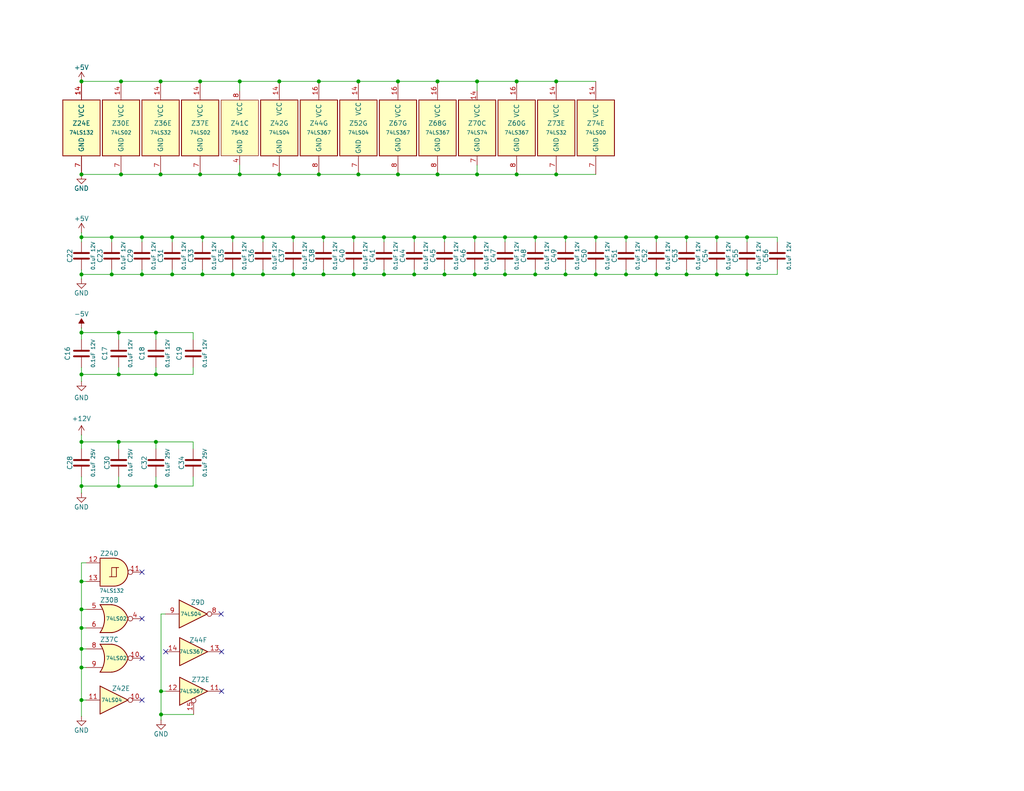
<source format=kicad_sch>
(kicad_sch (version 20231120) (generator "eeschema") (generator_version "8.0")
  (paper "USLetter")
  (title_block (title "TRS-80 Model I Rev A") (date "2024-11-20") (rev "E1A-A") (company "RetroStack - Marcel Erz") (comment 2 "Main Units, Capacitors, and unused units") (comment 4 "Capacitors & Others"))
  (lib_symbols
    (symbol "74xx:74LS00" (pin_names (offset 1.016))
      (property "Reference" "U" (at 0 1.27 0))
      (property "Value" "74LS00" (at 0 -1.27 0))
      (symbol "74LS00_1_1"
        (pin input line (at -7.62 2.54 0) (length 3.81) (name "~") (number "1"))
        (pin input line (at -7.62 -2.54 0) (length 3.81) (name "~") (number "2"))
        (pin output inverted (at 7.62 0 180) (length 3.81) (name "~") (number "3"))
      )
      (symbol "74LS00_1_2"
        (pin input inverted (at -7.62 2.54 0) (length 4.318) (name "~") (number "1"))
        (pin input inverted (at -7.62 -2.54 0) (length 4.318) (name "~") (number "2"))
        (pin output line (at 7.62 0 180) (length 3.81) (name "~") (number "3"))
      )
      (symbol "74LS00_2_1"
        (pin input line (at -7.62 2.54 0) (length 3.81) (name "~") (number "4"))
        (pin input line (at -7.62 -2.54 0) (length 3.81) (name "~") (number "5"))
        (pin output inverted (at 7.62 0 180) (length 3.81) (name "~") (number "6"))
      )
      (symbol "74LS00_2_2"
        (pin input inverted (at -7.62 2.54 0) (length 4.318) (name "~") (number "4"))
        (pin input inverted (at -7.62 -2.54 0) (length 4.318) (name "~") (number "5"))
        (pin output line (at 7.62 0 180) (length 3.81) (name "~") (number "6"))
      )
      (symbol "74LS00_3_1"
        (pin input line (at -7.62 -2.54 0) (length 3.81) (name "~") (number "10"))
        (pin output inverted (at 7.62 0 180) (length 3.81) (name "~") (number "8"))
        (pin input line (at -7.62 2.54 0) (length 3.81) (name "~") (number "9"))
      )
      (symbol "74LS00_3_2"
        (pin input inverted (at -7.62 -2.54 0) (length 4.318) (name "~") (number "10"))
        (pin output line (at 7.62 0 180) (length 3.81) (name "~") (number "8"))
        (pin input inverted (at -7.62 2.54 0) (length 4.318) (name "~") (number "9"))
      )
      (symbol "74LS00_4_1"
        (pin output inverted (at 7.62 0 180) (length 3.81) (name "~") (number "11"))
        (pin input line (at -7.62 2.54 0) (length 3.81) (name "~") (number "12"))
        (pin input line (at -7.62 -2.54 0) (length 3.81) (name "~") (number "13"))
      )
      (symbol "74LS00_4_2"
        (pin output line (at 7.62 0 180) (length 3.81) (name "~") (number "11"))
        (pin input inverted (at -7.62 2.54 0) (length 4.318) (name "~") (number "12"))
        (pin input inverted (at -7.62 -2.54 0) (length 4.318) (name "~") (number "13"))
      )
      (symbol "74LS00_5_0"
        (pin power_in line (at 0 12.7 270) (length 5.08) (name "VCC") (number "14"))
        (pin power_in line (at 0 -12.7 90) (length 5.08) (name "GND") (number "7"))
      )
    )
    (symbol "74xx:74LS02" (pin_names (offset 1.016))
      (property "Reference" "U" (at 0 1.27 0))
      (property "Value" "74LS02" (at 0 -1.27 0))
      (symbol "74LS02_1_1"
        (pin output inverted (at 7.62 0 180) (length 3.81) (name "~") (number "1"))
        (pin input line (at -7.62 2.54 0) (length 4.318) (name "~") (number "2"))
        (pin input line (at -7.62 -2.54 0) (length 4.318) (name "~") (number "3"))
      )
      (symbol "74LS02_1_2"
        (pin output line (at 7.62 0 180) (length 3.81) (name "~") (number "1"))
        (pin input inverted (at -7.62 2.54 0) (length 3.81) (name "~") (number "2"))
        (pin input inverted (at -7.62 -2.54 0) (length 3.81) (name "~") (number "3"))
      )
      (symbol "74LS02_2_1"
        (pin output inverted (at 7.62 0 180) (length 3.81) (name "~") (number "4"))
        (pin input line (at -7.62 2.54 0) (length 4.318) (name "~") (number "5"))
        (pin input line (at -7.62 -2.54 0) (length 4.318) (name "~") (number "6"))
      )
      (symbol "74LS02_2_2"
        (pin output line (at 7.62 0 180) (length 3.81) (name "~") (number "4"))
        (pin input inverted (at -7.62 2.54 0) (length 3.81) (name "~") (number "5"))
        (pin input inverted (at -7.62 -2.54 0) (length 3.81) (name "~") (number "6"))
      )
      (symbol "74LS02_3_1"
        (pin output inverted (at 7.62 0 180) (length 3.81) (name "~") (number "10"))
        (pin input line (at -7.62 2.54 0) (length 4.318) (name "~") (number "8"))
        (pin input line (at -7.62 -2.54 0) (length 4.318) (name "~") (number "9"))
      )
      (symbol "74LS02_3_2"
        (pin output line (at 7.62 0 180) (length 3.81) (name "~") (number "10"))
        (pin input inverted (at -7.62 2.54 0) (length 3.81) (name "~") (number "8"))
        (pin input inverted (at -7.62 -2.54 0) (length 3.81) (name "~") (number "9"))
      )
      (symbol "74LS02_4_1"
        (pin input line (at -7.62 2.54 0) (length 4.318) (name "~") (number "11"))
        (pin input line (at -7.62 -2.54 0) (length 4.318) (name "~") (number "12"))
        (pin output inverted (at 7.62 0 180) (length 3.81) (name "~") (number "13"))
      )
      (symbol "74LS02_4_2"
        (pin input inverted (at -7.62 2.54 0) (length 3.81) (name "~") (number "11"))
        (pin input inverted (at -7.62 -2.54 0) (length 3.81) (name "~") (number "12"))
        (pin output line (at 7.62 0 180) (length 3.81) (name "~") (number "13"))
      )
      (symbol "74LS02_5_0"
        (pin power_in line (at 0 12.7 270) (length 5.08) (name "VCC") (number "14"))
        (pin power_in line (at 0 -12.7 90) (length 5.08) (name "GND") (number "7"))
      )
    )
    (symbol "74xx:74LS04"
      (property "Reference" "U" (at 0 1.27 0))
      (property "Value" "74LS04" (at 0 -1.27 0))
      (symbol "74LS04_1_0"
        (pin input line (at -7.62 0 0) (length 3.81) (name "~") (number "1"))
        (pin output inverted (at 7.62 0 180) (length 3.81) (name "~") (number "2"))
      )
      (symbol "74LS04_2_0"
        (pin input line (at -7.62 0 0) (length 3.81) (name "~") (number "3"))
        (pin output inverted (at 7.62 0 180) (length 3.81) (name "~") (number "4"))
      )
      (symbol "74LS04_3_0"
        (pin input line (at -7.62 0 0) (length 3.81) (name "~") (number "5"))
        (pin output inverted (at 7.62 0 180) (length 3.81) (name "~") (number "6"))
      )
      (symbol "74LS04_4_0"
        (pin output inverted (at 7.62 0 180) (length 3.81) (name "~") (number "8"))
        (pin input line (at -7.62 0 0) (length 3.81) (name "~") (number "9"))
      )
      (symbol "74LS04_5_0"
        (pin output inverted (at 7.62 0 180) (length 3.81) (name "~") (number "10"))
        (pin input line (at -7.62 0 0) (length 3.81) (name "~") (number "11"))
      )
      (symbol "74LS04_6_0"
        (pin output inverted (at 7.62 0 180) (length 3.81) (name "~") (number "12"))
        (pin input line (at -7.62 0 0) (length 3.81) (name "~") (number "13"))
      )
      (symbol "74LS04_7_0"
        (pin power_in line (at 0 12.7 270) (length 5.08) (name "VCC") (number "14"))
        (pin power_in line (at 0 -12.7 90) (length 5.08) (name "GND") (number "7"))
      )
    )
    (symbol "74xx:74LS132" (pin_names (offset 1.016))
      (property "Reference" "U" (at 0 1.27 0))
      (property "Value" "74LS132" (at 0 -1.27 0))
      (symbol "74LS132_1_1"
        (pin input line (at -7.62 2.54 0) (length 3.81) (name "~") (number "1"))
        (pin input line (at -7.62 -2.54 0) (length 3.81) (name "~") (number "2"))
        (pin output inverted (at 7.62 0 180) (length 3.81) (name "~") (number "3"))
      )
      (symbol "74LS132_1_2"
        (pin input inverted (at -7.62 2.54 0) (length 4.318) (name "~") (number "1"))
        (pin input inverted (at -7.62 -2.54 0) (length 4.318) (name "~") (number "2"))
        (pin output line (at 7.62 0 180) (length 3.81) (name "~") (number "3"))
      )
      (symbol "74LS132_2_1"
        (pin input line (at -7.62 2.54 0) (length 3.81) (name "~") (number "4"))
        (pin input line (at -7.62 -2.54 0) (length 3.81) (name "~") (number "5"))
        (pin output inverted (at 7.62 0 180) (length 3.81) (name "~") (number "6"))
      )
      (symbol "74LS132_2_2"
        (pin input inverted (at -7.62 2.54 0) (length 4.318) (name "~") (number "4"))
        (pin input inverted (at -7.62 -2.54 0) (length 4.318) (name "~") (number "5"))
        (pin output line (at 7.62 0 180) (length 3.81) (name "~") (number "6"))
      )
      (symbol "74LS132_3_1"
        (pin input line (at -7.62 -2.54 0) (length 3.81) (name "~") (number "10"))
        (pin output inverted (at 7.62 0 180) (length 3.81) (name "~") (number "8"))
        (pin input line (at -7.62 2.54 0) (length 3.81) (name "~") (number "9"))
      )
      (symbol "74LS132_3_2"
        (pin input inverted (at -7.62 -2.54 0) (length 4.318) (name "~") (number "10"))
        (pin output line (at 7.62 0 180) (length 3.81) (name "~") (number "8"))
        (pin input inverted (at -7.62 2.54 0) (length 4.318) (name "~") (number "9"))
      )
      (symbol "74LS132_4_1"
        (pin output inverted (at 7.62 0 180) (length 3.81) (name "~") (number "11"))
        (pin input line (at -7.62 2.54 0) (length 3.81) (name "~") (number "12"))
        (pin input line (at -7.62 -2.54 0) (length 3.81) (name "~") (number "13"))
      )
      (symbol "74LS132_4_2"
        (pin output line (at 7.62 0 180) (length 3.81) (name "~") (number "11"))
        (pin input inverted (at -7.62 2.54 0) (length 4.318) (name "~") (number "12"))
        (pin input inverted (at -7.62 -2.54 0) (length 4.318) (name "~") (number "13"))
      )
      (symbol "74LS132_5_0"
        (pin power_in line (at 0 12.7 270) (length 5.08) (name "VCC") (number "14"))
        (pin power_in line (at 0 -12.7 90) (length 5.08) (name "GND") (number "7"))
      )
    )
    (symbol "74xx:74LS32" (pin_names (offset 1.016))
      (property "Reference" "U" (at 0 1.27 0))
      (property "Value" "74LS32" (at 0 -1.27 0))
      (symbol "74LS32_1_1"
        (pin input line (at -7.62 2.54 0) (length 4.318) (name "~") (number "1"))
        (pin input line (at -7.62 -2.54 0) (length 4.318) (name "~") (number "2"))
        (pin output line (at 7.62 0 180) (length 3.81) (name "~") (number "3"))
      )
      (symbol "74LS32_1_2"
        (pin input inverted (at -7.62 2.54 0) (length 3.81) (name "~") (number "1"))
        (pin input inverted (at -7.62 -2.54 0) (length 3.81) (name "~") (number "2"))
        (pin output inverted (at 7.62 0 180) (length 3.81) (name "~") (number "3"))
      )
      (symbol "74LS32_2_1"
        (pin input line (at -7.62 2.54 0) (length 4.318) (name "~") (number "4"))
        (pin input line (at -7.62 -2.54 0) (length 4.318) (name "~") (number "5"))
        (pin output line (at 7.62 0 180) (length 3.81) (name "~") (number "6"))
      )
      (symbol "74LS32_2_2"
        (pin input inverted (at -7.62 2.54 0) (length 3.81) (name "~") (number "4"))
        (pin input inverted (at -7.62 -2.54 0) (length 3.81) (name "~") (number "5"))
        (pin output inverted (at 7.62 0 180) (length 3.81) (name "~") (number "6"))
      )
      (symbol "74LS32_3_1"
        (pin input line (at -7.62 -2.54 0) (length 4.318) (name "~") (number "10"))
        (pin output line (at 7.62 0 180) (length 3.81) (name "~") (number "8"))
        (pin input line (at -7.62 2.54 0) (length 4.318) (name "~") (number "9"))
      )
      (symbol "74LS32_3_2"
        (pin input inverted (at -7.62 -2.54 0) (length 3.81) (name "~") (number "10"))
        (pin output inverted (at 7.62 0 180) (length 3.81) (name "~") (number "8"))
        (pin input inverted (at -7.62 2.54 0) (length 3.81) (name "~") (number "9"))
      )
      (symbol "74LS32_4_1"
        (pin output line (at 7.62 0 180) (length 3.81) (name "~") (number "11"))
        (pin input line (at -7.62 2.54 0) (length 4.318) (name "~") (number "12"))
        (pin input line (at -7.62 -2.54 0) (length 4.318) (name "~") (number "13"))
      )
      (symbol "74LS32_4_2"
        (pin output inverted (at 7.62 0 180) (length 3.81) (name "~") (number "11"))
        (pin input inverted (at -7.62 2.54 0) (length 3.81) (name "~") (number "12"))
        (pin input inverted (at -7.62 -2.54 0) (length 3.81) (name "~") (number "13"))
      )
      (symbol "74LS32_5_0"
        (pin power_in line (at 0 12.7 270) (length 5.08) (name "VCC") (number "14"))
        (pin power_in line (at 0 -12.7 90) (length 5.08) (name "GND") (number "7"))
      )
    )
    (symbol "74xx:74LS74" (pin_names (offset 1.016))
      (property "Reference" "U" (at -7.62 8.89 0))
      (property "Value" "74LS74" (at -7.62 -8.89 0))
      (symbol "74LS74_1_0"
        (pin input line (at 0 -7.62 90) (length 2.54) (name "~{R}") (number "1"))
        (pin input line (at -7.62 2.54 0) (length 2.54) (name "D") (number "2"))
        (pin input clock (at -7.62 0 0) (length 2.54) (name "C") (number "3"))
        (pin input line (at 0 7.62 270) (length 2.54) (name "~{S}") (number "4"))
        (pin output line (at 7.62 2.54 180) (length 2.54) (name "Q") (number "5"))
        (pin output line (at 7.62 -2.54 180) (length 2.54) (name "~{Q}") (number "6"))
      )
      (symbol "74LS74_2_0"
        (pin input line (at 0 7.62 270) (length 2.54) (name "~{S}") (number "10"))
        (pin input clock (at -7.62 0 0) (length 2.54) (name "C") (number "11"))
        (pin input line (at -7.62 2.54 0) (length 2.54) (name "D") (number "12"))
        (pin input line (at 0 -7.62 90) (length 2.54) (name "~{R}") (number "13"))
        (pin output line (at 7.62 -2.54 180) (length 2.54) (name "~{Q}") (number "8"))
        (pin output line (at 7.62 2.54 180) (length 2.54) (name "Q") (number "9"))
      )
      (symbol "74LS74_3_0"
        (pin power_in line (at 0 10.16 270) (length 2.54) (name "VCC") (number "14"))
        (pin power_in line (at 0 -10.16 90) (length 2.54) (name "GND") (number "7"))
      )
    )
    (symbol "Device:C" (pin_numbers hide) (pin_names (offset 0.254))
      (property "Reference" "C" (at 0.635 2.54 0))
      (property "Value" "C" (at 0.635 -2.54 0))
      (symbol "C_1_1"
        (pin passive line (at 0 3.81 270) (length 2.794) (name "~") (number "1"))
        (pin passive line (at 0 -3.81 90) (length 2.794) (name "~") (number "2"))
      )
    )
    (symbol "RetroStackLibrary:74LS367_Split" (pin_names (offset 1.016))
      (property "Reference" "U" (at 0 1.27 0))
      (property "Value" "74LS367" (at 0 -1.27 0))
      (symbol "74LS367_Split_1_0"
        (pin input inverted (at 0 6.35 270) (length 4.445) (name "~") (number "1"))
        (pin input line (at -7.62 0 0) (length 3.81) (name "~") (number "2"))
        (pin tri_state line (at 7.62 0 180) (length 3.81) (name "~") (number "3"))
      )
      (symbol "74LS367_Split_2_0"
        (pin input line (at -7.62 0 0) (length 3.81) (name "~") (number "4"))
        (pin tri_state line (at 7.62 0 180) (length 3.81) (name "~") (number "5"))
      )
      (symbol "74LS367_Split_3_0"
        (pin input line (at -7.62 0 0) (length 3.81) (name "~") (number "6"))
        (pin tri_state line (at 7.62 0 180) (length 3.81) (name "~") (number "7"))
      )
      (symbol "74LS367_Split_4_0"
        (pin input line (at -7.62 0 0) (length 3.81) (name "~") (number "10"))
        (pin tri_state line (at 7.62 0 180) (length 3.81) (name "~") (number "9"))
      )
      (symbol "74LS367_Split_5_0"
        (pin tri_state line (at 8.255 -6.35 180) (length 3.81) (name "~") (number "11"))
        (pin input line (at -6.985 -6.35 0) (length 3.81) (name "~") (number "12"))
        (pin input inverted (at 0.635 0 270) (length 4.445) (name "~") (number "15"))
      )
      (symbol "74LS367_Split_6_0"
        (pin tri_state line (at 7.62 0 180) (length 3.81) (name "~") (number "13"))
        (pin input line (at -7.62 0 0) (length 3.81) (name "~") (number "14"))
      )
      (symbol "74LS367_Split_7_0"
        (pin power_in line (at 0 1.905 270) (length 5.08) (name "VCC") (number "16"))
        (pin power_in line (at 0 -23.495 90) (length 5.08) (name "GND") (number "8"))
      )
    )
    (symbol "RetroStackLibrary:75452"
      (property "Reference" "U" (at 0 0 0))
      (property "Value" "75452" (at 0 -2.54 0))
      (symbol "75452_1_1"
        (pin input line (at -9.525 -5.08 0) (length 2.54) (name "1A") (number "1"))
        (pin input line (at -9.525 -7.62 0) (length 2.54) (name "1B") (number "2"))
        (pin passive line (at 5.08 1.27 270) (length 2.54) (name "1Y") (number "3"))
      )
      (symbol "75452_2_1"
        (pin passive line (at 5.08 1.27 270) (length 2.54) (name "2Y") (number "5"))
        (pin input line (at -9.525 -5.08 0) (length 2.54) (name "2A") (number "6"))
        (pin input line (at -9.525 -7.62 0) (length 2.54) (name "2B") (number "7"))
      )
      (symbol "75452_3_1"
        (pin passive line (at -1.905 -19.05 90) (length 2.54) (name "GND") (number "4"))
        (pin passive line (at -1.905 1.27 270) (length 2.54) (name "VCC") (number "8"))
      )
    )
    (symbol "power:+12V" (power) (pin_numbers hide) (pin_names (offset 0) hide)
      (property "Value" "+12V" (at 0 3.556 0))
      (symbol "+12V_1_1"
        (pin power_in line (at 0 0 90) (length 0) (name "~") (number "1"))
      )
    )
    (symbol "power:+5V" (power) (pin_numbers hide) (pin_names (offset 0) hide)
      (property "Value" "+5V" (at 0 3.556 0))
      (symbol "+5V_1_1"
        (pin power_in line (at 0 0 90) (length 0) (name "~") (number "1"))
      )
    )
    (symbol "power:-5V" (power) (pin_numbers hide) (pin_names (offset 0) hide)
      (property "Value" "-5V" (at 0 3.556 0))
      (symbol "-5V_0_0"
        (pin power_in line (at 0 0 90) (length 0) (name "~") (number "1"))
      )
    )
    (symbol "power:GND" (power) (pin_numbers hide) (pin_names (offset 0) hide)
      (property "Value" "GND" (at 0 -3.81 0))
      (symbol "GND_1_1"
        (pin power_in line (at 0 0 270) (length 0) (name "~") (number "1"))
      )
    )
  )
  (junction (at 113.03 64.77))
  (junction (at 151.765 22.225))
  (junction (at 63.5 74.93))
  (junction (at 137.795 74.93))
  (junction (at 43.815 22.225))
  (junction (at 179.07 74.93))
  (junction (at 140.97 47.625))
  (junction (at 63.5 64.77))
  (junction (at 42.545 132.715))
  (junction (at 179.07 64.77))
  (junction (at 46.99 64.77))
  (junction (at 88.265 74.93))
  (junction (at 113.03 74.93))
  (junction (at 129.54 74.93))
  (junction (at 30.48 74.93))
  (junction (at 71.755 64.77))
  (junction (at 43.942 195.072))
  (junction (at 22.225 182.245))
  (junction (at 108.585 22.225))
  (junction (at 96.52 74.93))
  (junction (at 146.05 64.77))
  (junction (at 22.225 102.235))
  (junction (at 108.585 47.625))
  (junction (at 170.815 64.77))
  (junction (at 170.815 74.93))
  (junction (at 43.815 47.625))
  (junction (at 54.61 47.625))
  (junction (at 154.305 74.93))
  (junction (at 195.58 64.77))
  (junction (at 162.56 74.93))
  (junction (at 22.225 171.45))
  (junction (at 86.995 22.225))
  (junction (at 96.52 64.77))
  (junction (at 162.56 64.77))
  (junction (at 22.225 120.65))
  (junction (at 42.545 102.235))
  (junction (at 32.385 90.805))
  (junction (at 151.765 47.625))
  (junction (at 42.545 120.65))
  (junction (at 104.775 74.93))
  (junction (at 76.2 47.625))
  (junction (at 30.48 64.77))
  (junction (at 43.942 188.722))
  (junction (at 46.99 74.93))
  (junction (at 129.54 64.77))
  (junction (at 22.225 177.165))
  (junction (at 97.79 47.625))
  (junction (at 65.405 47.625))
  (junction (at 121.285 64.77))
  (junction (at 32.385 132.715))
  (junction (at 22.225 166.37))
  (junction (at 97.79 22.225))
  (junction (at 130.175 22.225))
  (junction (at 154.305 64.77))
  (junction (at 54.61 22.225))
  (junction (at 22.225 74.93))
  (junction (at 33.02 22.225))
  (junction (at 65.405 22.225))
  (junction (at 38.735 64.77))
  (junction (at 38.735 74.93))
  (junction (at 121.285 74.93))
  (junction (at 187.325 74.93))
  (junction (at 22.225 132.715))
  (junction (at 203.835 74.93))
  (junction (at 55.245 74.93))
  (junction (at 119.38 47.625))
  (junction (at 195.58 74.93))
  (junction (at 33.02 47.625))
  (junction (at 130.175 47.625))
  (junction (at 32.385 102.235))
  (junction (at 42.545 90.805))
  (junction (at 187.325 64.77))
  (junction (at 146.05 74.93))
  (junction (at 76.2 22.225))
  (junction (at 104.775 64.77))
  (junction (at 119.38 22.225))
  (junction (at 22.225 90.805))
  (junction (at 22.225 64.77))
  (junction (at 203.835 64.77))
  (junction (at 71.755 74.93))
  (junction (at 32.385 120.65))
  (junction (at 137.795 64.77))
  (junction (at 22.225 158.75))
  (junction (at 22.225 22.225))
  (junction (at 140.97 22.225))
  (junction (at 80.01 74.93))
  (junction (at 22.225 47.625))
  (junction (at 86.995 47.625))
  (junction (at 88.265 64.77))
  (junction (at 80.01 64.77))
  (junction (at 22.225 191.135))
  (junction (at 55.245 64.77))
  (no_connect (at 38.735 191.135))
  (no_connect (at 38.735 156.21))
  (no_connect (at 60.452 177.927))
  (no_connect (at 60.325 167.64))
  (no_connect (at 38.735 179.705))
  (no_connect (at 45.212 177.927))
  (no_connect (at 60.452 188.722))
  (no_connect (at 38.735 168.91))
  (wire (pts (xy 154.305 74.93) (xy 162.56 74.93)))
  (wire (pts (xy 154.305 64.77) (xy 154.305 66.04)))
  (wire (pts (xy 32.385 92.71) (xy 32.385 90.805)))
  (wire (pts (xy 119.38 47.625) (xy 130.175 47.625)))
  (wire (pts (xy 137.795 74.93) (xy 137.795 73.66)))
  (wire (pts (xy 22.225 76.2) (xy 22.225 74.93)))
  (wire (pts (xy 130.175 24.765) (xy 130.175 22.225)))
  (wire (pts (xy 22.225 120.65) (xy 22.225 122.555)))
  (wire (pts (xy 179.07 74.93) (xy 187.325 74.93)))
  (wire (pts (xy 71.755 74.93) (xy 80.01 74.93)))
  (wire (pts (xy 30.48 74.93) (xy 30.48 73.66)))
  (wire (pts (xy 55.245 64.77) (xy 63.5 64.77)))
  (wire (pts (xy 43.942 195.072) (xy 43.942 196.596)))
  (wire (pts (xy 65.405 22.225) (xy 54.61 22.225)))
  (wire (pts (xy 88.265 64.77) (xy 96.52 64.77)))
  (wire (pts (xy 86.995 47.625) (xy 97.79 47.625)))
  (wire (pts (xy 195.58 74.93) (xy 195.58 73.66)))
  (wire (pts (xy 43.815 47.625) (xy 54.61 47.625)))
  (wire (pts (xy 203.835 64.77) (xy 203.835 66.04)))
  (wire (pts (xy 104.775 74.93) (xy 104.775 73.66)))
  (wire (pts (xy 113.03 64.77) (xy 121.285 64.77)))
  (wire (pts (xy 55.245 74.93) (xy 55.245 73.66)))
  (wire (pts (xy 96.52 64.77) (xy 104.775 64.77)))
  (wire (pts (xy 151.765 22.225) (xy 162.56 22.225)))
  (wire (pts (xy 42.545 120.65) (xy 42.545 122.555)))
  (wire (pts (xy 195.58 64.77) (xy 203.835 64.77)))
  (wire (pts (xy 146.05 74.93) (xy 146.05 73.66)))
  (wire (pts (xy 137.795 74.93) (xy 146.05 74.93)))
  (wire (pts (xy 38.735 74.93) (xy 46.99 74.93)))
  (wire (pts (xy 76.2 22.225) (xy 86.995 22.225)))
  (wire (pts (xy 22.225 118.745) (xy 22.225 120.65)))
  (wire (pts (xy 146.05 64.77) (xy 146.05 66.04)))
  (wire (pts (xy 32.385 120.65) (xy 22.225 120.65)))
  (wire (pts (xy 80.01 64.77) (xy 88.265 64.77)))
  (wire (pts (xy 46.99 64.77) (xy 46.99 66.04)))
  (wire (pts (xy 30.48 74.93) (xy 38.735 74.93)))
  (wire (pts (xy 113.03 64.77) (xy 113.03 66.04)))
  (wire (pts (xy 52.705 130.175) (xy 52.705 132.715)))
  (wire (pts (xy 43.815 22.225) (xy 54.61 22.225)))
  (wire (pts (xy 38.735 74.93) (xy 38.735 73.66)))
  (wire (pts (xy 42.545 100.33) (xy 42.545 102.235)))
  (wire (pts (xy 43.942 188.722) (xy 45.212 188.722)))
  (wire (pts (xy 119.38 22.225) (xy 130.175 22.225)))
  (wire (pts (xy 65.405 24.765) (xy 65.405 22.225)))
  (wire (pts (xy 170.815 74.93) (xy 170.815 73.66)))
  (wire (pts (xy 113.03 74.93) (xy 121.285 74.93)))
  (wire (pts (xy 32.385 130.175) (xy 32.385 132.715)))
  (wire (pts (xy 33.02 47.625) (xy 43.815 47.625)))
  (wire (pts (xy 179.07 64.77) (xy 187.325 64.77)))
  (wire (pts (xy 108.585 47.625) (xy 119.38 47.625)))
  (wire (pts (xy 32.385 102.235) (xy 22.225 102.235)))
  (wire (pts (xy 65.405 22.225) (xy 76.2 22.225)))
  (wire (pts (xy 42.545 92.71) (xy 42.545 90.805)))
  (wire (pts (xy 22.225 158.75) (xy 23.495 158.75)))
  (wire (pts (xy 23.495 191.135) (xy 22.225 191.135)))
  (wire (pts (xy 63.5 74.93) (xy 63.5 73.66)))
  (wire (pts (xy 203.835 64.77) (xy 212.09 64.77)))
  (wire (pts (xy 137.795 64.77) (xy 146.05 64.77)))
  (wire (pts (xy 42.545 102.235) (xy 32.385 102.235)))
  (wire (pts (xy 23.495 153.67) (xy 22.225 153.67)))
  (wire (pts (xy 121.285 74.93) (xy 129.54 74.93)))
  (wire (pts (xy 121.285 64.77) (xy 121.285 66.04)))
  (wire (pts (xy 33.02 22.225) (xy 43.815 22.225)))
  (wire (pts (xy 146.05 74.93) (xy 154.305 74.93)))
  (wire (pts (xy 52.705 132.715) (xy 42.545 132.715)))
  (wire (pts (xy 203.835 74.93) (xy 203.835 73.66)))
  (wire (pts (xy 88.265 74.93) (xy 96.52 74.93)))
  (wire (pts (xy 22.225 177.165) (xy 23.495 177.165)))
  (wire (pts (xy 63.5 64.77) (xy 71.755 64.77)))
  (wire (pts (xy 52.705 92.71) (xy 52.705 90.805)))
  (wire (pts (xy 97.79 47.625) (xy 108.585 47.625)))
  (wire (pts (xy 80.01 74.93) (xy 88.265 74.93)))
  (wire (pts (xy 140.97 22.225) (xy 151.765 22.225)))
  (wire (pts (xy 195.58 74.93) (xy 203.835 74.93)))
  (wire (pts (xy 46.99 74.93) (xy 46.99 73.66)))
  (wire (pts (xy 121.285 74.93) (xy 121.285 73.66)))
  (wire (pts (xy 71.755 74.93) (xy 71.755 73.66)))
  (wire (pts (xy 130.175 22.225) (xy 140.97 22.225)))
  (wire (pts (xy 22.225 63.5) (xy 22.225 64.77)))
  (wire (pts (xy 170.815 64.77) (xy 170.815 66.04)))
  (wire (pts (xy 80.01 64.77) (xy 80.01 66.04)))
  (wire (pts (xy 22.225 191.135) (xy 22.225 195.58)))
  (wire (pts (xy 212.09 64.77) (xy 212.09 66.04)))
  (wire (pts (xy 146.05 64.77) (xy 154.305 64.77)))
  (wire (pts (xy 187.325 74.93) (xy 195.58 74.93)))
  (wire (pts (xy 22.225 90.805) (xy 22.225 92.71)))
  (wire (pts (xy 42.545 132.715) (xy 32.385 132.715)))
  (wire (pts (xy 195.58 64.77) (xy 195.58 66.04)))
  (wire (pts (xy 104.775 74.93) (xy 113.03 74.93)))
  (wire (pts (xy 86.995 22.225) (xy 97.79 22.225)))
  (wire (pts (xy 22.225 64.77) (xy 30.48 64.77)))
  (wire (pts (xy 76.2 47.625) (xy 86.995 47.625)))
  (wire (pts (xy 162.56 74.93) (xy 170.815 74.93)))
  (wire (pts (xy 179.07 64.77) (xy 179.07 66.04)))
  (wire (pts (xy 151.765 47.625) (xy 162.56 47.625)))
  (wire (pts (xy 187.325 74.93) (xy 187.325 73.66)))
  (wire (pts (xy 71.755 64.77) (xy 80.01 64.77)))
  (wire (pts (xy 32.385 132.715) (xy 22.225 132.715)))
  (wire (pts (xy 22.225 177.165) (xy 22.225 182.245)))
  (wire (pts (xy 22.225 22.225) (xy 33.02 22.225)))
  (wire (pts (xy 203.835 74.93) (xy 212.09 74.93)))
  (wire (pts (xy 22.225 64.77) (xy 22.225 66.04)))
  (wire (pts (xy 129.54 64.77) (xy 129.54 66.04)))
  (wire (pts (xy 43.942 167.64) (xy 45.085 167.64)))
  (wire (pts (xy 42.545 90.805) (xy 32.385 90.805)))
  (wire (pts (xy 65.405 45.085) (xy 65.405 47.625)))
  (wire (pts (xy 129.54 74.93) (xy 137.795 74.93)))
  (wire (pts (xy 22.225 74.93) (xy 22.225 73.66)))
  (wire (pts (xy 43.942 167.64) (xy 43.942 188.722)))
  (wire (pts (xy 22.225 102.235) (xy 22.225 104.14)))
  (wire (pts (xy 121.285 64.77) (xy 129.54 64.77)))
  (wire (pts (xy 22.225 182.245) (xy 23.495 182.245)))
  (wire (pts (xy 43.942 188.722) (xy 43.942 195.072)))
  (wire (pts (xy 46.99 74.93) (xy 55.245 74.93)))
  (wire (pts (xy 22.225 153.67) (xy 22.225 158.75)))
  (wire (pts (xy 108.585 22.225) (xy 119.38 22.225)))
  (wire (pts (xy 32.385 90.805) (xy 22.225 90.805)))
  (wire (pts (xy 96.52 64.77) (xy 96.52 66.04)))
  (wire (pts (xy 63.5 74.93) (xy 71.755 74.93)))
  (wire (pts (xy 32.385 120.65) (xy 32.385 122.555)))
  (wire (pts (xy 22.225 166.37) (xy 22.225 171.45)))
  (wire (pts (xy 162.56 64.77) (xy 170.815 64.77)))
  (wire (pts (xy 129.54 64.77) (xy 137.795 64.77)))
  (wire (pts (xy 104.775 64.77) (xy 104.775 66.04)))
  (wire (pts (xy 170.815 74.93) (xy 179.07 74.93)))
  (wire (pts (xy 52.705 120.65) (xy 42.545 120.65)))
  (wire (pts (xy 52.705 122.555) (xy 52.705 120.65)))
  (wire (pts (xy 170.815 64.77) (xy 179.07 64.77)))
  (wire (pts (xy 22.225 74.93) (xy 30.48 74.93)))
  (wire (pts (xy 38.735 64.77) (xy 46.99 64.77)))
  (wire (pts (xy 22.225 89.535) (xy 22.225 90.805)))
  (wire (pts (xy 154.305 64.77) (xy 162.56 64.77)))
  (wire (pts (xy 42.545 120.65) (xy 32.385 120.65)))
  (wire (pts (xy 65.405 47.625) (xy 76.2 47.625)))
  (wire (pts (xy 96.52 74.93) (xy 96.52 73.66)))
  (wire (pts (xy 30.48 64.77) (xy 38.735 64.77)))
  (wire (pts (xy 30.48 64.77) (xy 30.48 66.04)))
  (wire (pts (xy 71.755 64.77) (xy 71.755 66.04)))
  (wire (pts (xy 154.305 74.93) (xy 154.305 73.66)))
  (wire (pts (xy 96.52 74.93) (xy 104.775 74.93)))
  (wire (pts (xy 162.56 64.77) (xy 162.56 66.04)))
  (wire (pts (xy 43.942 195.072) (xy 52.832 195.072)))
  (wire (pts (xy 88.265 74.93) (xy 88.265 73.66)))
  (wire (pts (xy 42.545 130.175) (xy 42.545 132.715)))
  (wire (pts (xy 140.97 47.625) (xy 151.765 47.625)))
  (wire (pts (xy 22.225 166.37) (xy 23.495 166.37)))
  (wire (pts (xy 22.225 100.33) (xy 22.225 102.235)))
  (wire (pts (xy 179.07 74.93) (xy 179.07 73.66)))
  (wire (pts (xy 104.775 64.77) (xy 113.03 64.77)))
  (wire (pts (xy 22.225 132.715) (xy 22.225 134.62)))
  (wire (pts (xy 52.705 102.235) (xy 42.545 102.235)))
  (wire (pts (xy 187.325 64.77) (xy 195.58 64.77)))
  (wire (pts (xy 130.175 45.085) (xy 130.175 47.625)))
  (wire (pts (xy 22.225 47.625) (xy 33.02 47.625)))
  (wire (pts (xy 55.245 74.93) (xy 63.5 74.93)))
  (wire (pts (xy 38.735 64.77) (xy 38.735 66.04)))
  (wire (pts (xy 22.225 158.75) (xy 22.225 166.37)))
  (wire (pts (xy 22.225 171.45) (xy 22.225 177.165)))
  (wire (pts (xy 55.245 64.77) (xy 55.245 66.04)))
  (wire (pts (xy 22.225 130.175) (xy 22.225 132.715)))
  (wire (pts (xy 88.265 64.77) (xy 88.265 66.04)))
  (wire (pts (xy 46.99 64.77) (xy 55.245 64.77)))
  (wire (pts (xy 162.56 74.93) (xy 162.56 73.66)))
  (wire (pts (xy 130.175 47.625) (xy 140.97 47.625)))
  (wire (pts (xy 137.795 64.77) (xy 137.795 66.04)))
  (wire (pts (xy 63.5 64.77) (xy 63.5 66.04)))
  (wire (pts (xy 129.54 74.93) (xy 129.54 73.66)))
  (wire (pts (xy 212.09 74.93) (xy 212.09 73.66)))
  (wire (pts (xy 52.705 100.33) (xy 52.705 102.235)))
  (wire (pts (xy 113.03 74.93) (xy 113.03 73.66)))
  (wire (pts (xy 22.225 182.245) (xy 22.225 191.135)))
  (wire (pts (xy 97.79 22.225) (xy 108.585 22.225)))
  (wire (pts (xy 187.325 64.77) (xy 187.325 66.04)))
  (wire (pts (xy 52.705 90.805) (xy 42.545 90.805)))
  (wire (pts (xy 65.405 47.625) (xy 54.61 47.625)))
  (wire (pts (xy 22.225 171.45) (xy 23.495 171.45)))
  (wire (pts (xy 80.01 74.93) (xy 80.01 73.66)))
  (wire (pts (xy 32.385 100.33) (xy 32.385 102.235)))
  (symbol (lib_id "Device:C") (at 104.775 69.85 0) (unit 1)
    (property "Reference" "C41" (at 101.6 69.85 90))
    (property "Value" "0.1uF 12V" (at 107.95 69.85 90) (effects (font (size 1 1))))
    (property "Footprint" "RetroStackLibrary:TRS80_Model_I_C_Disc_9.5L_4W_6P_Small" (effects (hide yes)))
  )
  (symbol (lib_id "74xx:74LS04") (at 52.705 167.64 0) (unit 4)
    (property "Reference" "Z9" (at 53.975 164.465 0))
    (property "Value" "74LS04" (at 52.07 167.64 0) (effects (font (size 1 1))))
    (property "Footprint" "RetroStackLibrary:TRS80_Model_I_DIP14" (effects (hide yes)))
    (property "Datasheet" "http://www.ti.com/lit/gpn/sn74LS04" (effects (hide yes)))
    (instances (project "Replica" (path "" (reference "Z9") (unit 4))) (project "TRS80_Model_I_G_E1" (path "" (reference "Z52") (unit 4))))
  )
  (symbol (lib_id "74xx:74LS02") (at 54.61 34.925 0) (unit 5)
    (property "Reference" "Z37" (at 54.61 33.655 0))
    (property "Value" "74LS02" (at 54.61 36.195 0) (effects (font (size 1 1))))
    (property "Footprint" "RetroStackLibrary:TRS80_Model_I_DIP14" (effects (hide yes)))
    (property "Datasheet" "http://www.ti.com/lit/gpn/sn74ls02" (effects (hide yes)))
  )
  (symbol (lib_id "74xx:74LS04") (at 97.79 34.925 0) (unit 7)
    (property "Reference" "Z52" (at 97.79 33.655 0))
    (property "Value" "74LS04" (at 97.79 36.195 0) (effects (font (size 1 1))))
    (property "Footprint" "RetroStackLibrary:TRS80_Model_I_DIP14" (effects (hide yes)))
    (property "Datasheet" "http://www.ti.com/lit/gpn/sn74LS04" (effects (hide yes)))
  )
  (symbol (lib_id "74xx:74LS00") (at 162.56 34.925 0) (unit 5)
    (property "Reference" "Z74" (at 162.56 33.655 0))
    (property "Value" "74LS00" (at 162.56 36.195 0) (effects (font (size 1 1))))
    (property "Footprint" "RetroStackLibrary:TRS80_Model_I_DIP14" (effects (hide yes)))
    (property "Datasheet" "http://www.ti.com/lit/gpn/sn74ls00" (effects (hide yes)))
  )
  (symbol (lib_id "74xx:74LS04") (at 31.115 191.135 0) (unit 5)
    (property "Reference" "Z42" (at 33.02 187.96 0))
    (property "Value" "74LS04" (at 30.48 191.135 0) (effects (font (size 1 1))))
    (property "Footprint" "RetroStackLibrary:TRS80_Model_I_DIP14" (effects (hide yes)))
    (property "Datasheet" "http://www.ti.com/lit/gpn/sn74LS04" (effects (hide yes)))
  )
  (symbol (lib_id "74xx:74LS02") (at 33.02 34.925 0) (unit 5)
    (property "Reference" "Z30" (at 30.48 33.655 0) (effects (justify left)))
    (property "Value" "74LS02" (at 33.02 36.195 0) (effects (font (size 1 1))))
    (property "Footprint" "RetroStackLibrary:TRS80_Model_I_DIP14" (effects (hide yes)))
    (property "Datasheet" "http://www.ti.com/lit/gpn/sn74ls02" (effects (hide yes)))
  )
  (symbol (lib_id "Device:C") (at 187.325 69.85 0) (unit 1)
    (property "Reference" "C53" (at 184.15 69.85 90))
    (property "Value" "0.1uF 12V" (at 190.5 69.85 90) (effects (font (size 1 1))))
    (property "Footprint" "RetroStackLibrary:TRS80_Model_I_C_Disc_9.5L_4W_6P_Small" (effects (hide yes)))
  )
  (symbol (lib_id "Device:C") (at 52.705 96.52 0) (unit 1)
    (property "Reference" "C19" (at 48.895 96.52 90))
    (property "Value" "0.1uF 12V" (at 55.88 96.52 90) (effects (font (size 1 1))))
    (property "Footprint" "RetroStackLibrary:TRS80_Model_I_C_Disc_9.5L_4W_6P_Small" (effects (hide yes)))
  )
  (symbol (lib_id "power:GND") (at 22.225 47.625 0) (unit 1)
    (property "Reference" "#PWR038" (effects (hide yes)))
    (property "Value" "GND" (at 22.225 51.435 0))
    (property "Description" "Power symbol creates a global label with name \"GND\" , ground" (effects (hide yes)))
  )
  (symbol (lib_id "RetroStackLibrary:74LS367_Split") (at 119.38 24.13 0) (unit 7)
    (property "Reference" "Z68" (at 119.38 33.655 0))
    (property "Value" "74LS367" (at 119.38 36.195 0) (effects (font (size 1 1))))
    (property "Footprint" "RetroStackLibrary:TRS80_Model_I_DIP16" (effects (hide yes)))
    (property "Datasheet" "https://www.ti.com/lit/ds/symlink/sn74ls367a.pdf" (effects (hide yes)))
  )
  (symbol (lib_id "RetroStackLibrary:74LS367_Split") (at 108.585 24.13 0) (unit 7)
    (property "Reference" "Z67" (at 108.585 33.655 0))
    (property "Value" "74LS367" (at 108.585 36.195 0) (effects (font (size 1 1))))
    (property "Footprint" "RetroStackLibrary:TRS80_Model_I_DIP16" (effects (hide yes)))
    (property "Datasheet" "https://www.ti.com/lit/ds/symlink/sn74ls367a.pdf" (effects (hide yes)))
  )
  (symbol (lib_id "74xx:74LS132") (at 22.225 34.925 0) (unit 5)
    (property "Reference" "Z24" (at 22.225 33.655 0))
    (property "Value" "74LS132" (at 22.225 36.195 0) (effects (font (size 1 1))))
    (property "Footprint" "RetroStackLibrary:TRS80_Model_I_DIP14" (effects (hide yes)))
    (property "Datasheet" "http://www.ti.com/lit/gpn/sn74LS132" (effects (hide yes)))
  )
  (symbol (lib_id "RetroStackLibrary:74LS367_Split") (at 86.995 24.13 0) (unit 7)
    (property "Reference" "Z44" (at 86.995 33.655 0))
    (property "Value" "74LS367" (at 86.995 36.195 0) (effects (font (size 1 1))))
    (property "Footprint" "RetroStackLibrary:TRS80_Model_I_DIP16" (effects (hide yes)))
    (property "Datasheet" "https://www.ti.com/lit/ds/symlink/sn74ls367a.pdf" (effects (hide yes)))
  )
  (symbol (lib_id "Device:C") (at 38.735 69.85 0) (unit 1)
    (property "Reference" "C29" (at 35.56 69.85 90))
    (property "Value" "0.1uF 12V" (at 41.91 69.85 90) (effects (font (size 1 1))))
    (property "Footprint" "RetroStackLibrary:TRS80_Model_I_C_Disc_9.5L_4W_6P_Small" (effects (hide yes)))
  )
  (symbol (lib_id "Device:C") (at 32.385 96.52 0) (unit 1)
    (property "Reference" "C17" (at 28.575 96.52 90))
    (property "Value" "0.1uF 12V" (at 35.56 96.52 90) (effects (font (size 1 1))))
    (property "Footprint" "RetroStackLibrary:TRS80_Model_I_C_Disc_9.5L_4W_6P_Small" (effects (hide yes)))
  )
  (symbol (lib_id "Device:C") (at 22.225 126.365 0) (unit 1)
    (property "Reference" "C28" (at 19.05 126.365 90))
    (property "Value" "0.1uF 25V" (at 25.4 126.365 90) (effects (font (size 1 1))))
    (property "Footprint" "RetroStackLibrary:TRS80_Model_I_C_Disc_18.5L_4W_8.5P_Large" (effects (hide yes)))
  )
  (symbol (lib_id "Device:C") (at 88.265 69.85 0) (unit 1)
    (property "Reference" "C38" (at 85.09 69.85 90))
    (property "Value" "0.1uF 12V" (at 91.44 69.85 90) (effects (font (size 1 1))))
    (property "Footprint" "RetroStackLibrary:TRS80_Model_I_C_Disc_9.5L_4W_6P_Small" (effects (hide yes)))
  )
  (symbol (lib_id "Device:C") (at 22.225 96.52 0) (unit 1)
    (property "Reference" "C16" (at 18.415 96.52 90))
    (property "Value" "0.1uF 12V" (at 25.4 96.52 90) (effects (font (size 1 1))))
    (property "Footprint" "RetroStackLibrary:TRS80_Model_I_C_Disc_9.5L_4W_6P_Small" (effects (hide yes)))
  )
  (symbol (lib_id "Device:C") (at 80.01 69.85 0) (unit 1)
    (property "Reference" "C37" (at 76.835 69.85 90))
    (property "Value" "0.1uF 12V" (at 83.185 69.85 90) (effects (font (size 1 1))))
    (property "Footprint" "RetroStackLibrary:TRS80_Model_I_C_Disc_9.5L_4W_6P_Small" (effects (hide yes)))
  )
  (symbol (lib_id "74xx:74LS02") (at 31.115 179.705 0) (unit 3)
    (property "Reference" "Z37" (at 29.845 174.625 0))
    (property "Value" "74LS02" (at 31.75 179.705 0) (effects (font (size 1 1))))
    (property "Footprint" "RetroStackLibrary:TRS80_Model_I_DIP14" (effects (hide yes)))
    (property "Datasheet" "http://www.ti.com/lit/gpn/sn74ls02" (effects (hide yes)))
  )
  (symbol (lib_id "Device:C") (at 113.03 69.85 0) (unit 1)
    (property "Reference" "C44" (at 109.855 69.85 90))
    (property "Value" "0.1uF 12V" (at 116.205 69.85 90) (effects (font (size 1 1))))
    (property "Footprint" "RetroStackLibrary:TRS80_Model_I_C_Disc_9.5L_4W_6P_Small" (effects (hide yes)))
  )
  (symbol (lib_id "Device:C") (at 63.5 69.85 0) (unit 1)
    (property "Reference" "C35" (at 60.325 69.85 90))
    (property "Value" "0.1uF 12V" (at 66.675 69.85 90) (effects (font (size 1 1))))
    (property "Footprint" "RetroStackLibrary:TRS80_Model_I_C_Disc_9.5L_4W_6P_Small" (effects (hide yes)))
  )
  (symbol (lib_id "power:+12V") (at 22.225 118.745 0) (unit 1)
    (property "Reference" "#PWR044" (effects (hide yes)))
    (property "Value" "+12V" (at 22.225 114.3 0))
    (property "Description" "Power symbol creates a global label with name \"+12V\"" (effects (hide yes)))
  )
  (symbol (lib_id "Device:C") (at 52.705 126.365 0) (unit 1)
    (property "Reference" "C34" (at 49.53 126.365 90))
    (property "Value" "0.1uF 25V" (at 55.88 126.365 90) (effects (font (size 1 1))))
    (property "Footprint" "RetroStackLibrary:TRS80_Model_I_C_Disc_18.5L_4W_8.5P_Large" (effects (hide yes)))
  )
  (symbol (lib_id "74xx:74LS74") (at 130.175 34.925 0) (unit 3)
    (property "Reference" "Z70" (at 127.635 33.655 0) (effects (justify left)))
    (property "Value" "74LS74" (at 130.175 36.195 0) (effects (font (size 1 1))))
    (property "Footprint" "RetroStackLibrary:TRS80_Model_I_DIP14" (effects (hide yes)))
    (property "Datasheet" "74xx/74hc_hct74.pdf" (effects (hide yes)))
  )
  (symbol (lib_id "Device:C") (at 129.54 69.85 0) (unit 1)
    (property "Reference" "C46" (at 126.365 69.85 90))
    (property "Value" "0.1uF 12V" (at 132.715 69.85 90) (effects (font (size 1 1))))
    (property "Footprint" "RetroStackLibrary:TRS80_Model_I_C_Disc_9.5L_4W_6P_Small" (effects (hide yes)))
  )
  (symbol (lib_id "Device:C") (at 146.05 69.85 0) (unit 1)
    (property "Reference" "C48" (at 142.875 69.85 90))
    (property "Value" "0.1uF 12V" (at 149.225 69.85 90) (effects (font (size 1 1))))
    (property "Footprint" "RetroStackLibrary:TRS80_Model_I_C_Disc_9.5L_4W_6P_Small" (effects (hide yes)))
  )
  (symbol (lib_id "Device:C") (at 32.385 126.365 0) (unit 1)
    (property "Reference" "C30" (at 29.21 126.365 90))
    (property "Value" "0.1uF 25V" (at 35.56 126.365 90) (effects (font (size 1 1))))
    (property "Footprint" "RetroStackLibrary:TRS80_Model_I_C_Disc_18.5L_4W_8.5P_Large" (effects (hide yes)))
  )
  (symbol (lib_id "Device:C") (at 30.48 69.85 0) (unit 1)
    (property "Reference" "C23" (at 27.305 69.85 90))
    (property "Value" "0.1uF 12V" (at 33.655 69.85 90) (effects (font (size 1 1))))
    (property "Footprint" "RetroStackLibrary:TRS80_Model_I_C_Disc_9.5L_4W_6P_Small" (effects (hide yes)))
  )
  (symbol (lib_id "power:GND") (at 22.225 195.58 0) (unit 1)
    (property "Reference" "#PWR036" (effects (hide yes)))
    (property "Value" "GND" (at 22.225 199.39 0))
    (property "Description" "Power symbol creates a global label with name \"GND\" , ground" (effects (hide yes)))
  )
  (symbol (lib_id "Device:C") (at 179.07 69.85 0) (unit 1)
    (property "Reference" "C52" (at 175.895 69.85 90))
    (property "Value" "0.1uF 12V" (at 182.245 69.85 90) (effects (font (size 1 1))))
    (property "Footprint" "RetroStackLibrary:TRS80_Model_I_C_Disc_9.5L_4W_6P_Small" (effects (hide yes)))
  )
  (symbol (lib_id "Device:C") (at 71.755 69.85 0) (unit 1)
    (property "Reference" "C36" (at 68.58 69.85 90))
    (property "Value" "0.1uF 12V" (at 74.93 69.85 90) (effects (font (size 1 1))))
    (property "Footprint" "RetroStackLibrary:TRS80_Model_I_C_Disc_9.5L_4W_6P_Small" (effects (hide yes)))
  )
  (symbol (lib_id "Device:C") (at 195.58 69.85 0) (unit 1)
    (property "Reference" "C54" (at 192.405 69.85 90))
    (property "Value" "0.1uF 12V" (at 198.755 69.85 90) (effects (font (size 1 1))))
    (property "Footprint" "RetroStackLibrary:TRS80_Model_I_C_Disc_9.5L_4W_6P_Small" (effects (hide yes)))
  )
  (symbol (lib_id "74xx:74LS32") (at 151.765 34.925 0) (unit 5)
    (property "Reference" "Z73" (at 151.765 33.655 0))
    (property "Value" "74LS32" (at 151.765 36.195 0) (effects (font (size 1 1))))
    (property "Footprint" "RetroStackLibrary:TRS80_Model_I_DIP14" (effects (hide yes)))
    (property "Datasheet" "http://www.ti.com/lit/gpn/sn74LS32" (effects (hide yes)))
  )
  (symbol (lib_id "Device:C") (at 203.835 69.85 0) (unit 1)
    (property "Reference" "C55" (at 200.66 69.85 90))
    (property "Value" "0.1uF 12V" (at 207.01 69.85 90) (effects (font (size 1 1))))
    (property "Footprint" "RetroStackLibrary:TRS80_Model_I_C_Disc_9.5L_4W_6P_Small" (effects (hide yes)))
  )
  (symbol (lib_id "power:+5V") (at 22.225 63.5 0) (unit 1)
    (property "Reference" "#PWR0123" (effects (hide yes)))
    (property "Value" "+5V" (at 22.225 59.69 0))
    (property "Description" "Power symbol creates a global label with name \"+5V\"" (effects (hide yes)))
  )
  (symbol (lib_id "RetroStackLibrary:75452") (at 67.31 26.035 0) (unit 3)
    (property "Reference" "Z41" (at 65.405 33.655 0))
    (property "Value" "75452" (at 65.405 36.195 0) (effects (font (size 1 1))))
    (property "Footprint" "RetroStackLibrary:TRS80_Model_I_DIP8" (effects (hide yes)))
    (property "Datasheet" "https://www.ti.com/lit/ds/symlink/sn75452b.pdf" (effects (hide yes)))
  )
  (symbol (lib_id "74xx:74LS32") (at 43.815 34.925 0) (unit 5)
    (property "Reference" "Z36" (at 44.45 33.655 0))
    (property "Value" "74LS32" (at 43.815 36.195 0) (effects (font (size 1 1))))
    (property "Footprint" "RetroStackLibrary:TRS80_Model_I_DIP14" (effects (hide yes)))
    (property "Datasheet" "http://www.ti.com/lit/gpn/sn74LS32" (effects (hide yes)))
  )
  (symbol (lib_id "RetroStackLibrary:74LS367_Split") (at 52.197 195.072 0) (mirror x) (unit 5)
    (property "Reference" "Z72" (at 54.737 185.547 0))
    (property "Value" "74LS367" (at 52.197 188.722 0) (effects (font (size 1 1))))
    (property "Footprint" "RetroStackLibrary:TRS80_Model_I_DIP16" (effects (hide yes)))
    (property "Datasheet" "https://www.ti.com/lit/ds/symlink/sn74ls367a.pdf" (effects (hide yes)))
  )
  (symbol (lib_id "Device:C") (at 22.225 69.85 0) (unit 1)
    (property "Reference" "C22" (at 19.05 69.85 90))
    (property "Value" "0.1uF 12V" (at 25.4 69.85 90) (effects (font (size 1 1))))
    (property "Footprint" "RetroStackLibrary:TRS80_Model_I_C_Disc_9.5L_4W_6P_Small" (effects (hide yes)))
  )
  (symbol (lib_id "74xx:74LS132") (at 31.115 156.21 0) (unit 4)
    (property "Reference" "Z24" (at 29.845 151.13 0))
    (property "Value" "74LS132" (at 30.48 161.29 0) (effects (font (size 1 1))))
    (property "Footprint" "RetroStackLibrary:TRS80_Model_I_DIP14" (effects (hide yes)))
    (property "Datasheet" "http://www.ti.com/lit/gpn/sn74LS132" (effects (hide yes)))
    (instances (project "Replica" (path "" (reference "Z24") (unit 4))) (project "TRS80_Model_I_G_E1" (path "" (reference "Z24") (unit 2))))
  )
  (symbol (lib_id "power:-5V") (at 22.225 89.535 0) (unit 1)
    (property "Reference" "#PWR041" (effects (hide yes)))
    (property "Value" "-5V" (at 22.225 85.725 0))
    (property "Description" "Power symbol creates a global label with name \"-5V\"" (effects (hide yes)))
  )
  (symbol (lib_id "Device:C") (at 137.795 69.85 0) (unit 1)
    (property "Reference" "C47" (at 134.62 69.85 90))
    (property "Value" "0.1uF 12V" (at 140.97 69.85 90) (effects (font (size 1 1))))
    (property "Footprint" "RetroStackLibrary:TRS80_Model_I_C_Disc_9.5L_4W_6P_Small" (effects (hide yes)))
  )
  (symbol (lib_id "Device:C") (at 170.815 69.85 0) (unit 1)
    (property "Reference" "C51" (at 167.64 69.85 90))
    (property "Value" "0.1uF 12V" (at 173.99 69.85 90) (effects (font (size 1 1))))
    (property "Footprint" "RetroStackLibrary:TRS80_Model_I_C_Disc_9.5L_4W_6P_Small" (effects (hide yes)))
  )
  (symbol (lib_id "Device:C") (at 121.285 69.85 0) (unit 1)
    (property "Reference" "C45" (at 118.11 69.85 90))
    (property "Value" "0.1uF 12V" (at 124.46 69.85 90) (effects (font (size 1 1))))
    (property "Footprint" "RetroStackLibrary:TRS80_Model_I_C_Disc_9.5L_4W_6P_Small" (effects (hide yes)))
  )
  (symbol (lib_id "Device:C") (at 96.52 69.85 0) (unit 1)
    (property "Reference" "C40" (at 93.345 69.85 90))
    (property "Value" "0.1uF 12V" (at 99.695 69.85 90) (effects (font (size 1 1))))
    (property "Footprint" "RetroStackLibrary:TRS80_Model_I_C_Disc_9.5L_4W_6P_Small" (effects (hide yes)))
  )
  (symbol (lib_id "Device:C") (at 42.545 96.52 0) (unit 1)
    (property "Reference" "C18" (at 38.735 96.52 90))
    (property "Value" "0.1uF 12V" (at 45.72 96.52 90) (effects (font (size 1 1))))
    (property "Footprint" "RetroStackLibrary:TRS80_Model_I_C_Disc_9.5L_4W_6P_Small" (effects (hide yes)))
  )
  (symbol (lib_id "power:GND") (at 43.942 196.596 0) (unit 1)
    (property "Reference" "#PWR0126" (effects (hide yes)))
    (property "Value" "GND" (at 43.942 200.406 0))
    (property "Description" "Power symbol creates a global label with name \"GND\" , ground" (effects (hide yes)))
  )
  (symbol (lib_id "Device:C") (at 212.09 69.85 0) (unit 1)
    (property "Reference" "C56" (at 208.915 69.85 90))
    (property "Value" "0.1uF 12V" (at 215.265 69.85 90) (effects (font (size 1 1))))
    (property "Footprint" "RetroStackLibrary:TRS80_Model_I_C_Disc_9.5L_4W_6P_Small" (effects (hide yes)))
  )
  (symbol (lib_id "RetroStackLibrary:74LS367_Split") (at 52.832 177.927 0) (unit 6)
    (property "Reference" "Z44" (at 54.102 174.752 0))
    (property "Value" "74LS367" (at 52.197 177.927 0) (effects (font (size 1 1))))
    (property "Footprint" "RetroStackLibrary:TRS80_Model_I_DIP16" (effects (hide yes)))
    (property "Datasheet" "https://www.ti.com/lit/ds/symlink/sn74ls367a.pdf" (effects (hide yes)))
    (instances (project "Replica" (path "" (reference "Z44") (unit 6))) (project "TRS80_Model_I_G_E1" (path "" (reference "Z72") (unit 6))))
  )
  (symbol (lib_id "74xx:74LS02") (at 31.115 168.91 0) (unit 2)
    (property "Reference" "Z30" (at 29.845 163.83 0))
    (property "Value" "74LS02" (at 31.75 168.91 0) (effects (font (size 1 1))))
    (property "Footprint" "RetroStackLibrary:TRS80_Model_I_DIP14" (effects (hide yes)))
    (property "Datasheet" "http://www.ti.com/lit/gpn/sn74ls02" (effects (hide yes)))
  )
  (symbol (lib_id "74xx:74LS04") (at 76.2 34.925 0) (unit 7)
    (property "Reference" "Z42" (at 76.2 33.655 0))
    (property "Value" "74LS04" (at 76.2 36.195 0) (effects (font (size 1 1))))
    (property "Footprint" "RetroStackLibrary:TRS80_Model_I_DIP14" (effects (hide yes)))
    (property "Datasheet" "http://www.ti.com/lit/gpn/sn74LS04" (effects (hide yes)))
  )
  (symbol (lib_id "Device:C") (at 46.99 69.85 0) (unit 1)
    (property "Reference" "C31" (at 43.815 69.85 90))
    (property "Value" "0.1uF 12V" (at 50.165 69.85 90) (effects (font (size 1 1))))
    (property "Footprint" "RetroStackLibrary:TRS80_Model_I_C_Disc_9.5L_4W_6P_Small" (effects (hide yes)))
  )
  (symbol (lib_id "power:GND") (at 22.225 104.14 0) (unit 1)
    (property "Reference" "#PWR01" (effects (hide yes)))
    (property "Value" "GND" (at 22.225 108.5834 0))
    (property "Description" "Power symbol creates a global label with name \"GND\" , ground" (effects (hide yes)))
    (instances (project "Power" (path "" (reference "#PWR01") (unit 1))) (project "TRS80_Model_I_G_E1" (path "" (reference "#PWR042") (unit 1))))
  )
  (symbol (lib_id "Device:C") (at 42.545 126.365 0) (unit 1)
    (property "Reference" "C32" (at 39.37 126.365 90))
    (property "Value" "0.1uF 25V" (at 45.72 126.365 90) (effects (font (size 1 1))))
    (property "Footprint" "RetroStackLibrary:TRS80_Model_I_C_Disc_18.5L_4W_8.5P_Large" (effects (hide yes)))
  )
  (symbol (lib_id "power:+5V") (at 22.225 22.225 0) (unit 1)
    (property "Reference" "#PWR037" (effects (hide yes)))
    (property "Value" "+5V" (at 22.225 18.415 0))
    (property "Description" "Power symbol creates a global label with name \"+5V\"" (effects (hide yes)))
  )
  (symbol (lib_id "RetroStackLibrary:74LS367_Split") (at 140.97 24.13 0) (unit 7)
    (property "Reference" "Z60" (at 140.97 33.655 0))
    (property "Value" "74LS367" (at 140.97 36.195 0) (effects (font (size 1 1))))
    (property "Footprint" "RetroStackLibrary:TRS80_Model_I_DIP16" (effects (hide yes)))
    (property "Datasheet" "https://www.ti.com/lit/ds/symlink/sn74ls367a.pdf" (effects (hide yes)))
    (instances (project "Replica" (path "" (reference "Z60") (unit 7))) (project "TRS80_Model_I_G_E1" (path "" (reference "Z72") (unit 7))))
  )
  (symbol (lib_id "power:GND") (at 22.225 76.2 0) (unit 1)
    (property "Reference" "#PWR0124" (effects (hide yes)))
    (property "Value" "GND" (at 22.225 80.01 0))
    (property "Description" "Power symbol creates a global label with name \"GND\" , ground" (effects (hide yes)))
  )
  (symbol (lib_id "Device:C") (at 154.305 69.85 0) (unit 1)
    (property "Reference" "C49" (at 151.13 69.85 90))
    (property "Value" "0.1uF 12V" (at 157.48 69.85 90) (effects (font (size 1 1))))
    (property "Footprint" "RetroStackLibrary:TRS80_Model_I_C_Disc_9.5L_4W_6P_Small" (effects (hide yes)))
  )
  (symbol (lib_id "power:GND") (at 22.225 134.62 0) (unit 1)
    (property "Reference" "#PWR01" (effects (hide yes)))
    (property "Value" "GND" (at 22.225 138.43 0))
    (property "Description" "Power symbol creates a global label with name \"GND\" , ground" (effects (hide yes)))
    (instances (project "Power" (path "" (reference "#PWR01") (unit 1))) (project "TRS80_Model_I_G_E1" (path "" (reference "#PWR045") (unit 1))))
  )
  (symbol (lib_id "Device:C") (at 55.245 69.85 0) (unit 1)
    (property "Reference" "C33" (at 52.07 69.85 90))
    (property "Value" "0.1uF 12V" (at 58.42 69.85 90) (effects (font (size 1 1))))
    (property "Footprint" "RetroStackLibrary:TRS80_Model_I_C_Disc_9.5L_4W_6P_Small" (effects (hide yes)))
  )
  (symbol (lib_id "Device:C") (at 162.56 69.85 0) (unit 1)
    (property "Reference" "C50" (at 159.385 69.85 90))
    (property "Value" "0.1uF 12V" (at 165.735 69.85 90) (effects (font (size 1 1))))
    (property "Footprint" "RetroStackLibrary:TRS80_Model_I_C_Disc_9.5L_4W_6P_Small" (effects (hide yes)))
  )
)
</source>
